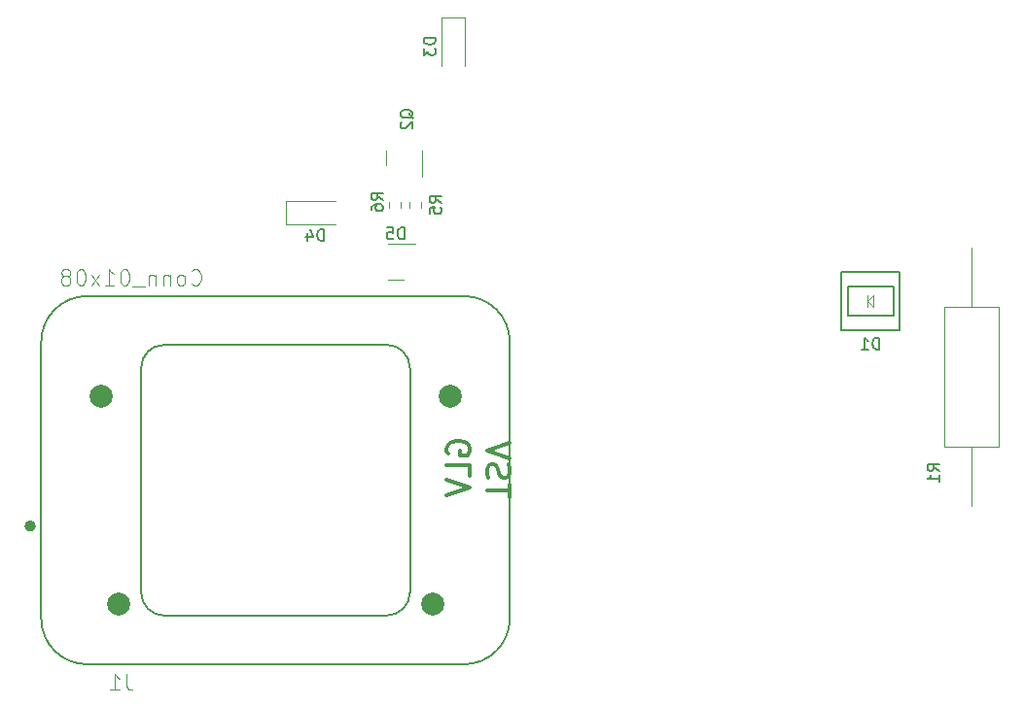
<source format=gbr>
%TF.GenerationSoftware,KiCad,Pcbnew,(6.0.1)*%
%TF.CreationDate,2022-02-14T12:04:50-05:00*%
%TF.ProjectId,pacman_side_2,7061636d-616e-45f7-9369-64655f322e6b,rev?*%
%TF.SameCoordinates,Original*%
%TF.FileFunction,Legend,Bot*%
%TF.FilePolarity,Positive*%
%FSLAX46Y46*%
G04 Gerber Fmt 4.6, Leading zero omitted, Abs format (unit mm)*
G04 Created by KiCad (PCBNEW (6.0.1)) date 2022-02-14 12:04:50*
%MOMM*%
%LPD*%
G01*
G04 APERTURE LIST*
%ADD10C,0.300000*%
%ADD11C,0.050000*%
%ADD12C,0.150000*%
%ADD13C,0.127000*%
%ADD14C,0.500000*%
%ADD15C,0.120000*%
%ADD16C,0.180000*%
%ADD17C,0.100000*%
%ADD18C,2.000000*%
G04 APERTURE END LIST*
D10*
X131748238Y-112621952D02*
X131748238Y-111479095D01*
X129748238Y-112050523D02*
X131748238Y-112050523D01*
X129843476Y-110907666D02*
X129748238Y-110621952D01*
X129748238Y-110145761D01*
X129843476Y-109955285D01*
X129938714Y-109860047D01*
X130129190Y-109764809D01*
X130319666Y-109764809D01*
X130510142Y-109860047D01*
X130605380Y-109955285D01*
X130700619Y-110145761D01*
X130795857Y-110526714D01*
X130891095Y-110717190D01*
X130986333Y-110812428D01*
X131176809Y-110907666D01*
X131367285Y-110907666D01*
X131557761Y-110812428D01*
X131653000Y-110717190D01*
X131748238Y-110526714D01*
X131748238Y-110050523D01*
X131653000Y-109764809D01*
X131748238Y-109193380D02*
X129748238Y-108526714D01*
X131748238Y-107860047D01*
X126351000Y-108844142D02*
X126255761Y-108653666D01*
X126255761Y-108367952D01*
X126351000Y-108082238D01*
X126541476Y-107891761D01*
X126731952Y-107796523D01*
X127112904Y-107701285D01*
X127398619Y-107701285D01*
X127779571Y-107796523D01*
X127970047Y-107891761D01*
X128160523Y-108082238D01*
X128255761Y-108367952D01*
X128255761Y-108558428D01*
X128160523Y-108844142D01*
X128065285Y-108939380D01*
X127398619Y-108939380D01*
X127398619Y-108558428D01*
X128255761Y-110748904D02*
X128255761Y-109796523D01*
X126255761Y-109796523D01*
X126255761Y-111129857D02*
X128255761Y-111796523D01*
X126255761Y-112463190D01*
D11*
%TO.C,J1*%
X98364813Y-128011328D02*
X98364813Y-129011856D01*
X98431515Y-129211962D01*
X98564919Y-129345366D01*
X98765024Y-129412068D01*
X98898428Y-129412068D01*
X96964073Y-129412068D02*
X97764496Y-129412068D01*
X97364284Y-129412068D02*
X97364284Y-128011328D01*
X97497688Y-128211433D01*
X97631092Y-128344837D01*
X97764496Y-128411539D01*
X104022134Y-94006853D02*
X104088847Y-94073567D01*
X104288989Y-94140281D01*
X104422416Y-94140281D01*
X104622558Y-94073567D01*
X104755985Y-93940139D01*
X104822699Y-93806712D01*
X104889413Y-93539856D01*
X104889413Y-93339715D01*
X104822699Y-93072860D01*
X104755985Y-92939432D01*
X104622558Y-92806005D01*
X104422416Y-92739291D01*
X104288989Y-92739291D01*
X104088847Y-92806005D01*
X104022134Y-92872718D01*
X103221568Y-94140281D02*
X103354995Y-94073567D01*
X103421709Y-94006853D01*
X103488423Y-93873425D01*
X103488423Y-93473143D01*
X103421709Y-93339715D01*
X103354995Y-93273001D01*
X103221568Y-93206287D01*
X103021426Y-93206287D01*
X102887999Y-93273001D01*
X102821285Y-93339715D01*
X102754571Y-93473143D01*
X102754571Y-93873425D01*
X102821285Y-94006853D01*
X102887999Y-94073567D01*
X103021426Y-94140281D01*
X103221568Y-94140281D01*
X102154147Y-93206287D02*
X102154147Y-94140281D01*
X102154147Y-93339715D02*
X102087433Y-93273001D01*
X101954005Y-93206287D01*
X101753864Y-93206287D01*
X101620436Y-93273001D01*
X101553723Y-93406429D01*
X101553723Y-94140281D01*
X100886585Y-93206287D02*
X100886585Y-94140281D01*
X100886585Y-93339715D02*
X100819871Y-93273001D01*
X100686443Y-93206287D01*
X100486302Y-93206287D01*
X100352874Y-93273001D01*
X100286160Y-93406429D01*
X100286160Y-94140281D01*
X99952591Y-94273708D02*
X98885170Y-94273708D01*
X98284746Y-92739291D02*
X98151318Y-92739291D01*
X98017891Y-92806005D01*
X97951177Y-92872718D01*
X97884463Y-93006146D01*
X97817749Y-93273001D01*
X97817749Y-93606570D01*
X97884463Y-93873425D01*
X97951177Y-94006853D01*
X98017891Y-94073567D01*
X98151318Y-94140281D01*
X98284746Y-94140281D01*
X98418174Y-94073567D01*
X98484887Y-94006853D01*
X98551601Y-93873425D01*
X98618315Y-93606570D01*
X98618315Y-93273001D01*
X98551601Y-93006146D01*
X98484887Y-92872718D01*
X98418174Y-92806005D01*
X98284746Y-92739291D01*
X96483473Y-94140281D02*
X97284039Y-94140281D01*
X96883756Y-94140281D02*
X96883756Y-92739291D01*
X97017184Y-92939432D01*
X97150611Y-93072860D01*
X97284039Y-93139574D01*
X96016476Y-94140281D02*
X95282625Y-93206287D01*
X96016476Y-93206287D02*
X95282625Y-94140281D01*
X94482059Y-92739291D02*
X94348631Y-92739291D01*
X94215204Y-92806005D01*
X94148490Y-92872718D01*
X94081776Y-93006146D01*
X94015062Y-93273001D01*
X94015062Y-93606570D01*
X94081776Y-93873425D01*
X94148490Y-94006853D01*
X94215204Y-94073567D01*
X94348631Y-94140281D01*
X94482059Y-94140281D01*
X94615486Y-94073567D01*
X94682200Y-94006853D01*
X94748914Y-93873425D01*
X94815628Y-93606570D01*
X94815628Y-93273001D01*
X94748914Y-93006146D01*
X94682200Y-92872718D01*
X94615486Y-92806005D01*
X94482059Y-92739291D01*
X93214496Y-93339715D02*
X93347924Y-93273001D01*
X93414638Y-93206287D01*
X93481352Y-93072860D01*
X93481352Y-93006146D01*
X93414638Y-92872718D01*
X93347924Y-92806005D01*
X93214496Y-92739291D01*
X92947641Y-92739291D01*
X92814214Y-92806005D01*
X92747500Y-92872718D01*
X92680786Y-93006146D01*
X92680786Y-93072860D01*
X92747500Y-93206287D01*
X92814214Y-93273001D01*
X92947641Y-93339715D01*
X93214496Y-93339715D01*
X93347924Y-93406429D01*
X93414638Y-93473143D01*
X93481352Y-93606570D01*
X93481352Y-93873425D01*
X93414638Y-94006853D01*
X93347924Y-94073567D01*
X93214496Y-94140281D01*
X92947641Y-94140281D01*
X92814214Y-94073567D01*
X92747500Y-94006853D01*
X92680786Y-93873425D01*
X92680786Y-93606570D01*
X92747500Y-93473143D01*
X92814214Y-93406429D01*
X92947641Y-93339715D01*
D12*
%TO.C,Q2*%
X123326619Y-79573071D02*
X123279000Y-79477833D01*
X123183761Y-79382595D01*
X123040904Y-79239738D01*
X122993285Y-79144500D01*
X122993285Y-79049262D01*
X123231380Y-79096881D02*
X123183761Y-79001643D01*
X123088523Y-78906405D01*
X122898047Y-78858786D01*
X122564714Y-78858786D01*
X122374238Y-78906405D01*
X122279000Y-79001643D01*
X122231380Y-79096881D01*
X122231380Y-79287357D01*
X122279000Y-79382595D01*
X122374238Y-79477833D01*
X122564714Y-79525452D01*
X122898047Y-79525452D01*
X123088523Y-79477833D01*
X123183761Y-79382595D01*
X123231380Y-79287357D01*
X123231380Y-79096881D01*
X122326619Y-79906405D02*
X122279000Y-79954024D01*
X122231380Y-80049262D01*
X122231380Y-80287357D01*
X122279000Y-80382595D01*
X122326619Y-80430214D01*
X122421857Y-80477833D01*
X122517095Y-80477833D01*
X122659952Y-80430214D01*
X123231380Y-79858786D01*
X123231380Y-80477833D01*
%TO.C,D3*%
X125267380Y-72572904D02*
X124267380Y-72572904D01*
X124267380Y-72811000D01*
X124315000Y-72953857D01*
X124410238Y-73049095D01*
X124505476Y-73096714D01*
X124695952Y-73144333D01*
X124838809Y-73144333D01*
X125029285Y-73096714D01*
X125124523Y-73049095D01*
X125219761Y-72953857D01*
X125267380Y-72811000D01*
X125267380Y-72572904D01*
X124267380Y-73477666D02*
X124267380Y-74096714D01*
X124648333Y-73763380D01*
X124648333Y-73906238D01*
X124695952Y-74001476D01*
X124743571Y-74049095D01*
X124838809Y-74096714D01*
X125076904Y-74096714D01*
X125172142Y-74049095D01*
X125219761Y-74001476D01*
X125267380Y-73906238D01*
X125267380Y-73620523D01*
X125219761Y-73525285D01*
X125172142Y-73477666D01*
%TO.C,D1*%
X163903095Y-99711380D02*
X163903095Y-98711380D01*
X163665000Y-98711380D01*
X163522142Y-98759000D01*
X163426904Y-98854238D01*
X163379285Y-98949476D01*
X163331666Y-99139952D01*
X163331666Y-99282809D01*
X163379285Y-99473285D01*
X163426904Y-99568523D01*
X163522142Y-99663761D01*
X163665000Y-99711380D01*
X163903095Y-99711380D01*
X162379285Y-99711380D02*
X162950714Y-99711380D01*
X162665000Y-99711380D02*
X162665000Y-98711380D01*
X162760238Y-98854238D01*
X162855476Y-98949476D01*
X162950714Y-98997095D01*
%TO.C,R5*%
X125771380Y-86960333D02*
X125295190Y-86627000D01*
X125771380Y-86388904D02*
X124771380Y-86388904D01*
X124771380Y-86769857D01*
X124819000Y-86865095D01*
X124866619Y-86912714D01*
X124961857Y-86960333D01*
X125104714Y-86960333D01*
X125199952Y-86912714D01*
X125247571Y-86865095D01*
X125295190Y-86769857D01*
X125295190Y-86388904D01*
X124771380Y-87865095D02*
X124771380Y-87388904D01*
X125247571Y-87341285D01*
X125199952Y-87388904D01*
X125152333Y-87484142D01*
X125152333Y-87722238D01*
X125199952Y-87817476D01*
X125247571Y-87865095D01*
X125342809Y-87912714D01*
X125580904Y-87912714D01*
X125676142Y-87865095D01*
X125723761Y-87817476D01*
X125771380Y-87722238D01*
X125771380Y-87484142D01*
X125723761Y-87388904D01*
X125676142Y-87341285D01*
%TO.C,D4*%
X115553095Y-90263380D02*
X115553095Y-89263380D01*
X115315000Y-89263380D01*
X115172142Y-89311000D01*
X115076904Y-89406238D01*
X115029285Y-89501476D01*
X114981666Y-89691952D01*
X114981666Y-89834809D01*
X115029285Y-90025285D01*
X115076904Y-90120523D01*
X115172142Y-90215761D01*
X115315000Y-90263380D01*
X115553095Y-90263380D01*
X114124523Y-89596714D02*
X114124523Y-90263380D01*
X114362619Y-89215761D02*
X114600714Y-89930047D01*
X113981666Y-89930047D01*
%TO.C,D5*%
X122553095Y-90113380D02*
X122553095Y-89113380D01*
X122315000Y-89113380D01*
X122172142Y-89161000D01*
X122076904Y-89256238D01*
X122029285Y-89351476D01*
X121981666Y-89541952D01*
X121981666Y-89684809D01*
X122029285Y-89875285D01*
X122076904Y-89970523D01*
X122172142Y-90065761D01*
X122315000Y-90113380D01*
X122553095Y-90113380D01*
X121076904Y-89113380D02*
X121553095Y-89113380D01*
X121600714Y-89589571D01*
X121553095Y-89541952D01*
X121457857Y-89494333D01*
X121219761Y-89494333D01*
X121124523Y-89541952D01*
X121076904Y-89589571D01*
X121029285Y-89684809D01*
X121029285Y-89922904D01*
X121076904Y-90018142D01*
X121124523Y-90065761D01*
X121219761Y-90113380D01*
X121457857Y-90113380D01*
X121553095Y-90065761D01*
X121600714Y-90018142D01*
%TO.C,R1*%
X169108380Y-110323333D02*
X168632190Y-109990000D01*
X169108380Y-109751904D02*
X168108380Y-109751904D01*
X168108380Y-110132857D01*
X168156000Y-110228095D01*
X168203619Y-110275714D01*
X168298857Y-110323333D01*
X168441714Y-110323333D01*
X168536952Y-110275714D01*
X168584571Y-110228095D01*
X168632190Y-110132857D01*
X168632190Y-109751904D01*
X169108380Y-111275714D02*
X169108380Y-110704285D01*
X169108380Y-110990000D02*
X168108380Y-110990000D01*
X168251238Y-110894761D01*
X168346476Y-110799523D01*
X168394095Y-110704285D01*
%TO.C,R6*%
X120691380Y-86706333D02*
X120215190Y-86373000D01*
X120691380Y-86134904D02*
X119691380Y-86134904D01*
X119691380Y-86515857D01*
X119739000Y-86611095D01*
X119786619Y-86658714D01*
X119881857Y-86706333D01*
X120024714Y-86706333D01*
X120119952Y-86658714D01*
X120167571Y-86611095D01*
X120215190Y-86515857D01*
X120215190Y-86134904D01*
X119691380Y-87563476D02*
X119691380Y-87373000D01*
X119739000Y-87277761D01*
X119786619Y-87230142D01*
X119929476Y-87134904D01*
X120119952Y-87087285D01*
X120500904Y-87087285D01*
X120596142Y-87134904D01*
X120643761Y-87182523D01*
X120691380Y-87277761D01*
X120691380Y-87468238D01*
X120643761Y-87563476D01*
X120596142Y-87611095D01*
X120500904Y-87658714D01*
X120262809Y-87658714D01*
X120167571Y-87611095D01*
X120119952Y-87563476D01*
X120072333Y-87468238D01*
X120072333Y-87277761D01*
X120119952Y-87182523D01*
X120167571Y-87134904D01*
X120262809Y-87087285D01*
D13*
%TO.C,J1*%
X101649000Y-122930000D02*
X121049000Y-122930000D01*
X131749000Y-99080000D02*
X131749000Y-123180000D01*
X127749000Y-127180000D02*
X94949000Y-127180000D01*
X94949000Y-95080000D02*
X127749000Y-95080000D01*
X121049000Y-99330000D02*
X101649000Y-99330000D01*
X99649000Y-101330000D02*
X99649000Y-120930000D01*
X90949000Y-123180000D02*
X90949000Y-99080000D01*
X123049000Y-120930000D02*
X123049000Y-101330000D01*
X99649000Y-120930000D02*
G75*
G03*
X101649000Y-122930000I1999999J-1D01*
G01*
X131749000Y-99080000D02*
G75*
G03*
X127749000Y-95080000I-4000000J0D01*
G01*
X101649000Y-99330000D02*
G75*
G03*
X99649000Y-101330000I-1J-1999999D01*
G01*
X127749000Y-127180000D02*
G75*
G03*
X131749000Y-123180000I0J4000000D01*
G01*
X123049000Y-101330000D02*
G75*
G03*
X121049000Y-99330000I-1999999J1D01*
G01*
X90949000Y-123180000D02*
G75*
G03*
X94949000Y-127180000I4000000J0D01*
G01*
X121049000Y-122930000D02*
G75*
G03*
X123049000Y-120930000I1J1999999D01*
G01*
X94949000Y-95080000D02*
G75*
G03*
X90949000Y-99080000I0J-4000000D01*
G01*
D14*
X90234000Y-115130000D02*
G75*
G03*
X90234000Y-115130000I-250000J0D01*
G01*
D15*
%TO.C,Q2*%
X124125000Y-83018810D02*
X124125000Y-84693810D01*
X124125000Y-83018810D02*
X124125000Y-82368810D01*
X121005000Y-83018810D02*
X121005000Y-83668810D01*
X121005000Y-83018810D02*
X121005000Y-82368810D01*
%TO.C,D3*%
X127815000Y-70761000D02*
X127815000Y-75061000D01*
X125815000Y-75061000D02*
X125815000Y-70761000D01*
X125815000Y-70761000D02*
X127815000Y-70761000D01*
D16*
%TO.C,D1*%
X160625000Y-92969000D02*
X160625000Y-98049000D01*
X160625000Y-98049000D02*
X165705000Y-98049000D01*
X161165000Y-96759000D02*
X165165000Y-96759000D01*
X165165000Y-96759000D02*
X165165000Y-94259000D01*
X165165000Y-94259000D02*
X161165000Y-94259000D01*
D17*
X162915000Y-95509000D02*
X163415000Y-96009000D01*
D16*
X161165000Y-94259000D02*
X161165000Y-96759000D01*
D17*
X162915000Y-96009000D02*
X162915000Y-95009000D01*
D16*
X165705000Y-92969000D02*
X160625000Y-92969000D01*
D17*
X163415000Y-96009000D02*
X163415000Y-95009000D01*
X163415000Y-95009000D02*
X162915000Y-95509000D01*
D16*
X165705000Y-98049000D02*
X165705000Y-92969000D01*
D15*
%TO.C,R5*%
X122990500Y-86889742D02*
X122990500Y-87364258D01*
X124035500Y-86889742D02*
X124035500Y-87364258D01*
%TO.C,D4*%
X112265000Y-88811000D02*
X112265000Y-86811000D01*
X116565000Y-88811000D02*
X112265000Y-88811000D01*
X112265000Y-86811000D02*
X116565000Y-86811000D01*
%TO.C,D5*%
X121815000Y-90501000D02*
X123490000Y-90501000D01*
X121815000Y-93621000D02*
X121165000Y-93621000D01*
X121815000Y-90501000D02*
X121165000Y-90501000D01*
X121815000Y-93621000D02*
X122465000Y-93621000D01*
%TO.C,R1*%
X169588000Y-96038000D02*
X174328000Y-96038000D01*
X174328000Y-108178000D02*
X169588000Y-108178000D01*
X171958000Y-113368000D02*
X171958000Y-108178000D01*
X174328000Y-96038000D02*
X174328000Y-108178000D01*
X169588000Y-108178000D02*
X169588000Y-96038000D01*
X171958000Y-90848000D02*
X171958000Y-96038000D01*
%TO.C,R6*%
X121240500Y-86889742D02*
X121240500Y-87364258D01*
X122285500Y-86889742D02*
X122285500Y-87364258D01*
%TD*%
D18*
%TO.C,J1*%
X97649000Y-121930000D03*
X125049000Y-121930000D03*
X126549000Y-103830000D03*
X96149000Y-103830000D03*
%TD*%
M02*

</source>
